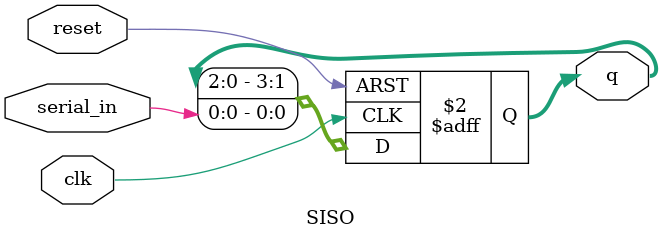
<source format=v>
module SISO (
    input wire clk,
    input wire reset,
    input wire serial_in,
    output reg [3:0] q
);

always @(posedge clk or posedge reset) begin
    if (reset)
        q <= 4'b0000;
    else
        q <= {q[2:0], serial_in}; // Shift right and insert serial_in
end

endmodule
</source>
